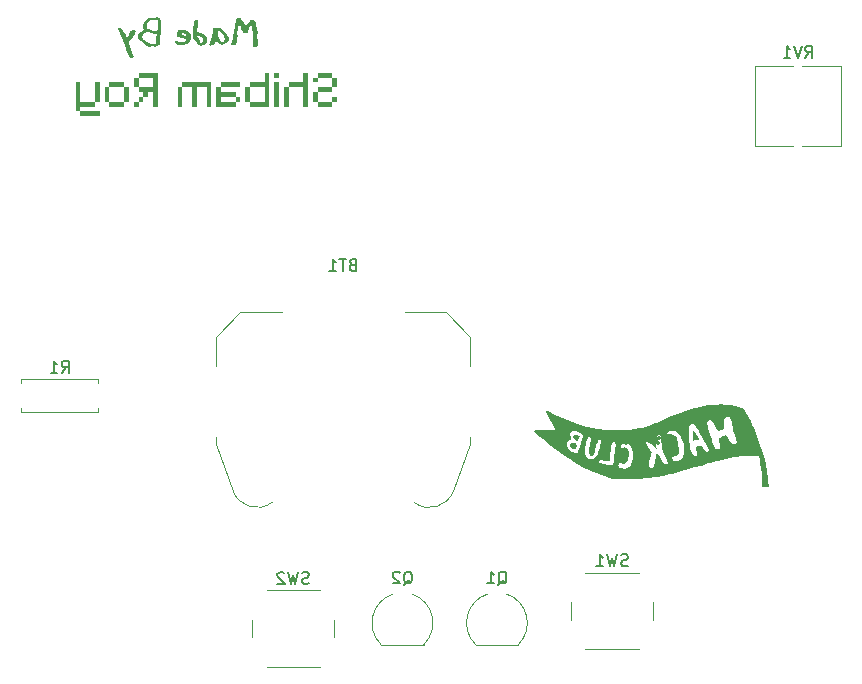
<source format=gbr>
%TF.GenerationSoftware,KiCad,Pcbnew,9.0.2*%
%TF.CreationDate,2025-05-13T19:13:25+05:30*%
%TF.ProjectId,transisted,7472616e-7369-4737-9465-642e6b696361,rev?*%
%TF.SameCoordinates,Original*%
%TF.FileFunction,Legend,Bot*%
%TF.FilePolarity,Positive*%
%FSLAX46Y46*%
G04 Gerber Fmt 4.6, Leading zero omitted, Abs format (unit mm)*
G04 Created by KiCad (PCBNEW 9.0.2) date 2025-05-13 19:13:25*
%MOMM*%
%LPD*%
G01*
G04 APERTURE LIST*
%ADD10C,0.150000*%
%ADD11C,0.300000*%
%ADD12C,0.000000*%
%ADD13C,0.120000*%
G04 APERTURE END LIST*
D10*
G36*
X75847662Y-59108365D02*
G01*
X77078646Y-59108365D01*
X77078646Y-58701151D01*
X75847662Y-58701151D01*
X75847662Y-59108365D01*
G37*
G36*
X75847662Y-61550000D02*
G01*
X77078646Y-61550000D01*
X77078646Y-61142786D01*
X75847662Y-61142786D01*
X75847662Y-61550000D01*
G37*
G36*
X75847662Y-60327625D02*
G01*
X77078646Y-60327625D01*
X77078646Y-59920411D01*
X75847662Y-59920411D01*
X75847662Y-60327625D01*
G37*
G36*
X75449057Y-59506969D02*
G01*
X75847662Y-59506969D01*
X75847662Y-59099755D01*
X75449057Y-59099755D01*
X75449057Y-59506969D01*
G37*
G36*
X77081577Y-59908688D02*
G01*
X77488974Y-59908688D01*
X77488974Y-59099755D01*
X77081577Y-59099755D01*
X77081577Y-59908688D01*
G37*
G36*
X75449057Y-61139672D02*
G01*
X75847662Y-61139672D01*
X75847662Y-60330739D01*
X75449057Y-60330739D01*
X75449057Y-61139672D01*
G37*
G36*
X77081577Y-61139672D02*
G01*
X77488974Y-61139672D01*
X77488974Y-60732458D01*
X77081577Y-60732458D01*
X77081577Y-61139672D01*
G37*
G36*
X74622540Y-61550000D02*
G01*
X75029937Y-61550000D01*
X75029937Y-58701151D01*
X74622540Y-58701151D01*
X74622540Y-59510083D01*
X73397234Y-59510083D01*
X73397234Y-59917297D01*
X74622540Y-59917297D01*
X74622540Y-61550000D01*
G37*
G36*
X72990020Y-61550000D02*
G01*
X73397234Y-61550000D01*
X73397234Y-59920411D01*
X72990020Y-59920411D01*
X72990020Y-61550000D01*
G37*
G36*
X72163503Y-61550000D02*
G01*
X72570900Y-61550000D01*
X72570900Y-59510083D01*
X72163503Y-59510083D01*
X72163503Y-61550000D01*
G37*
G36*
X72163503Y-59108365D02*
G01*
X72570900Y-59108365D01*
X72570900Y-58701151D01*
X72163503Y-58701151D01*
X72163503Y-59108365D01*
G37*
G36*
X70111680Y-61550000D02*
G01*
X71744382Y-61550000D01*
X71744382Y-58701151D01*
X71336985Y-58701151D01*
X71336985Y-59510083D01*
X70111680Y-59510083D01*
X70111680Y-59917297D01*
X71336985Y-59917297D01*
X71336985Y-61142786D01*
X70111680Y-61142786D01*
X70111680Y-61550000D01*
G37*
G36*
X69704466Y-61142786D02*
G01*
X70111680Y-61142786D01*
X70111680Y-59920411D01*
X69704466Y-59920411D01*
X69704466Y-61142786D01*
G37*
G36*
X68877948Y-61139672D02*
G01*
X69285345Y-61139672D01*
X69285345Y-60732458D01*
X68877948Y-60732458D01*
X68877948Y-61139672D01*
G37*
G36*
X67655757Y-59917297D02*
G01*
X69285345Y-59917297D01*
X69285345Y-59510083D01*
X67655757Y-59510083D01*
X67655757Y-59917297D01*
G37*
G36*
X67245429Y-61550000D02*
G01*
X68877948Y-61550000D01*
X68877948Y-61142786D01*
X67652826Y-61142786D01*
X67652826Y-60729344D01*
X68877948Y-60729344D01*
X68877948Y-60322130D01*
X67652826Y-60322130D01*
X67652826Y-59917297D01*
X67245429Y-59917297D01*
X67245429Y-61550000D01*
G37*
G36*
X65196720Y-61550000D02*
G01*
X65604117Y-61550000D01*
X65604117Y-59917297D01*
X66418911Y-59917297D01*
X66418911Y-61550000D01*
X66826308Y-61550000D01*
X66826308Y-59510083D01*
X64376064Y-59510083D01*
X64376064Y-59917297D01*
X65196720Y-59917297D01*
X65196720Y-61550000D01*
G37*
G36*
X63968667Y-61550000D02*
G01*
X64376064Y-61550000D01*
X64376064Y-59920411D01*
X63968667Y-59920411D01*
X63968667Y-61550000D01*
G37*
G36*
X60665526Y-61139672D02*
G01*
X61072923Y-61139672D01*
X61072923Y-60732458D01*
X60665526Y-60732458D01*
X60665526Y-61139672D01*
G37*
G36*
X60255198Y-61550000D02*
G01*
X60662595Y-61550000D01*
X60662595Y-61142786D01*
X60255198Y-61142786D01*
X60255198Y-61550000D01*
G37*
G36*
X61887718Y-61550000D02*
G01*
X62295115Y-61550000D01*
X62295115Y-58701151D01*
X60665526Y-58701151D01*
X60665526Y-59108365D01*
X61887718Y-59108365D01*
X61887718Y-59920411D01*
X60665526Y-59920411D01*
X60665526Y-60327625D01*
X61075854Y-60327625D01*
X61075854Y-60732458D01*
X61483251Y-60732458D01*
X61483251Y-60327625D01*
X61887718Y-60327625D01*
X61887718Y-61550000D01*
G37*
G36*
X60255198Y-59908688D02*
G01*
X60662595Y-59908688D01*
X60662595Y-59099755D01*
X60255198Y-59099755D01*
X60255198Y-59908688D01*
G37*
G36*
X58194766Y-59917297D02*
G01*
X59425750Y-59917297D01*
X59425750Y-59510083D01*
X58194766Y-59510083D01*
X58194766Y-59917297D01*
G37*
G36*
X57796161Y-61142786D02*
G01*
X58194766Y-61142786D01*
X58194766Y-59920411D01*
X57796161Y-59920411D01*
X57796161Y-61142786D01*
G37*
G36*
X58194766Y-61550000D02*
G01*
X59425750Y-61550000D01*
X59425750Y-61142786D01*
X58194766Y-61142786D01*
X58194766Y-61550000D01*
G37*
G36*
X59428681Y-61142786D02*
G01*
X59836078Y-61142786D01*
X59836078Y-59920411D01*
X59428681Y-59920411D01*
X59428681Y-61142786D01*
G37*
G36*
X56969644Y-61139672D02*
G01*
X57377041Y-61139672D01*
X57377041Y-59510083D01*
X56969644Y-59510083D01*
X56969644Y-61139672D01*
G37*
G36*
X55337124Y-61960327D02*
G01*
X55744521Y-61960327D01*
X55744521Y-61550000D01*
X56969644Y-61550000D01*
X56969644Y-61142786D01*
X55744521Y-61142786D01*
X55744521Y-59510083D01*
X55337124Y-59510083D01*
X55337124Y-61960327D01*
G37*
G36*
X55747452Y-62358932D02*
G01*
X57377041Y-62358932D01*
X57377041Y-61951718D01*
X55747452Y-61951718D01*
X55747452Y-62358932D01*
G37*
G36*
X70768056Y-56265045D02*
G01*
X70768056Y-56206182D01*
X70759526Y-55976495D01*
X70738484Y-55829368D01*
X70710659Y-55741388D01*
X70732947Y-55505695D01*
X70739357Y-55335212D01*
X70739357Y-55306514D01*
X70692077Y-54899937D01*
X70635669Y-54615604D01*
X70574802Y-54425578D01*
X70512952Y-54305732D01*
X70451894Y-54236115D01*
X70390945Y-54201926D01*
X70247261Y-54214578D01*
X70138394Y-54248810D01*
X70056465Y-54301298D01*
X69996094Y-54372046D01*
X69955094Y-54464364D01*
X69798301Y-54686227D01*
X69736010Y-54795949D01*
X69722819Y-54841720D01*
X69699954Y-54822167D01*
X69649755Y-54709598D01*
X69549406Y-54376926D01*
X69415290Y-54245195D01*
X69320414Y-54119953D01*
X69258391Y-53999692D01*
X69126086Y-54009364D01*
X69030937Y-54034775D01*
X68964011Y-54072102D01*
X68918620Y-54120029D01*
X68891070Y-54179993D01*
X68881280Y-54255903D01*
X68562909Y-56175041D01*
X68528806Y-56186065D01*
X68510521Y-56204946D01*
X68504169Y-56233293D01*
X68504169Y-56263824D01*
X68511174Y-56287729D01*
X68536578Y-56316068D01*
X68591608Y-56351263D01*
X68620307Y-56351263D01*
X68725892Y-56338520D01*
X68808271Y-56303014D01*
X68873046Y-56245434D01*
X68922695Y-56161989D01*
X68956093Y-56045063D01*
X68968719Y-55884148D01*
X69056158Y-55477606D01*
X69027459Y-55422773D01*
X69200994Y-54463265D01*
X69229692Y-54463265D01*
X69374033Y-54979067D01*
X69464519Y-55225031D01*
X69518180Y-55316404D01*
X69549406Y-55335212D01*
X69694242Y-55335212D01*
X69756214Y-55324687D01*
X69820004Y-55291100D01*
X69888177Y-55228266D01*
X69962251Y-55126498D01*
X70042849Y-54973364D01*
X70129972Y-54754159D01*
X70246109Y-54638021D01*
X70263175Y-54813174D01*
X70362247Y-55508991D01*
X70339266Y-55825060D01*
X70332205Y-56090045D01*
X70332205Y-56293743D01*
X70341535Y-56367929D01*
X70368292Y-56429698D01*
X70412842Y-56482007D01*
X70478384Y-56526140D01*
X70595676Y-56487907D01*
X70675893Y-56442227D01*
X70727964Y-56390596D01*
X70757908Y-56332420D01*
X70768056Y-56265045D01*
G37*
G36*
X67526911Y-54881701D02*
G01*
X67602395Y-54908409D01*
X67702564Y-54961521D01*
X67912953Y-55135938D01*
X68069817Y-55298117D01*
X68181805Y-55449567D01*
X68256131Y-55592157D01*
X68298322Y-55728137D01*
X68311950Y-55860090D01*
X68297959Y-55953899D01*
X68256267Y-56037167D01*
X68183256Y-56113329D01*
X68070502Y-56183333D01*
X67905774Y-56245625D01*
X67673866Y-56296552D01*
X67612945Y-56286515D01*
X67535917Y-56251759D01*
X67437225Y-56182650D01*
X67310954Y-56066646D01*
X67150697Y-55888789D01*
X67141351Y-55952609D01*
X67093300Y-56151472D01*
X67050437Y-56236121D01*
X66995759Y-56299270D01*
X66928558Y-56344362D01*
X66846288Y-56372573D01*
X66744888Y-56382648D01*
X66689771Y-56347860D01*
X66664416Y-56319926D01*
X66657449Y-56296430D01*
X66785200Y-55928092D01*
X66875910Y-55613194D01*
X66934966Y-55345508D01*
X66944505Y-55278670D01*
X67354152Y-55278670D01*
X67367507Y-55447745D01*
X67407514Y-55611919D01*
X67475061Y-55773127D01*
X67572302Y-55932987D01*
X67702564Y-56092732D01*
X67779984Y-56082504D01*
X67842327Y-56053451D01*
X67893273Y-56005140D01*
X67934118Y-55933486D01*
X67963538Y-55831392D01*
X67929763Y-55652023D01*
X67900261Y-55584724D01*
X67876099Y-55570052D01*
X67814681Y-55434560D01*
X67735721Y-55315885D01*
X67638612Y-55212166D01*
X67521797Y-55122306D01*
X67382850Y-55046029D01*
X67354152Y-55046029D01*
X67354152Y-55278670D01*
X66944505Y-55278670D01*
X66967265Y-55119192D01*
X66977163Y-54928792D01*
X66998477Y-54936180D01*
X67005739Y-54958834D01*
X67134222Y-54913577D01*
X67287557Y-54884494D01*
X67470289Y-54874082D01*
X67526911Y-54881701D01*
G37*
G36*
X65628407Y-54213515D02*
G01*
X65659829Y-54254761D01*
X65689243Y-54346715D01*
X65711252Y-54521273D01*
X65681210Y-54665987D01*
X65701000Y-54681084D01*
X65711252Y-54753304D01*
X65681210Y-54810579D01*
X65711252Y-54810579D01*
X65652512Y-55013911D01*
X65652512Y-55245942D01*
X65913834Y-55327475D01*
X66109343Y-55412064D01*
X66251429Y-55497984D01*
X66350763Y-55584375D01*
X66415978Y-55671454D01*
X66453190Y-55760661D01*
X66465474Y-55854595D01*
X66453369Y-55992711D01*
X66419575Y-56105438D01*
X66366128Y-56197836D01*
X66292611Y-56273455D01*
X66196212Y-56333964D01*
X66072029Y-56378951D01*
X65913485Y-56405973D01*
X65800684Y-56348544D01*
X65692963Y-56269809D01*
X65589513Y-56167371D01*
X65490024Y-56037951D01*
X65394673Y-55877501D01*
X65304099Y-55681304D01*
X65305532Y-55565289D01*
X65652512Y-55565289D01*
X65747953Y-55831187D01*
X65828377Y-55995704D01*
X65895447Y-56088290D01*
X65951612Y-56132670D01*
X66000924Y-56145366D01*
X66033756Y-56128844D01*
X66060418Y-56092163D01*
X66080204Y-56025358D01*
X66088363Y-55913335D01*
X66088363Y-55767278D01*
X66037703Y-55693783D01*
X65954912Y-55621070D01*
X65830536Y-55548791D01*
X65652512Y-55477972D01*
X65652512Y-55565289D01*
X65305532Y-55565289D01*
X65310783Y-55140003D01*
X65334141Y-54376559D01*
X65343184Y-54314445D01*
X65368322Y-54268275D01*
X65410076Y-54233950D01*
X65473348Y-54210833D01*
X65566416Y-54201926D01*
X65595115Y-54201926D01*
X65628407Y-54213515D01*
G37*
G36*
X64436878Y-55052719D02*
G01*
X64493349Y-55065356D01*
X64503960Y-55077292D01*
X64646927Y-55087935D01*
X64766013Y-55117759D01*
X64865433Y-55164712D01*
X64948461Y-55228336D01*
X65017199Y-55309789D01*
X65072388Y-55411745D01*
X65113346Y-55538178D01*
X65113346Y-55856304D01*
X65055687Y-55976945D01*
X64981691Y-56077357D01*
X64890699Y-56160106D01*
X64780722Y-56226491D01*
X64648586Y-56276439D01*
X64490127Y-56308512D01*
X64300383Y-56320000D01*
X64010711Y-56320000D01*
X63900939Y-56267149D01*
X63831196Y-56206584D01*
X63791803Y-56138152D01*
X63778558Y-56058538D01*
X63778558Y-56029839D01*
X63923272Y-55999553D01*
X63951971Y-55999553D01*
X64019099Y-56009388D01*
X64113048Y-56044758D01*
X64242986Y-56116789D01*
X64271685Y-56116789D01*
X64391776Y-56103710D01*
X64492027Y-56066486D01*
X64576791Y-56005675D01*
X64648541Y-55918566D01*
X64707536Y-55799518D01*
X64329896Y-55736160D01*
X64107085Y-55677175D01*
X63989417Y-55624924D01*
X63937293Y-55580133D01*
X63923272Y-55540132D01*
X63951971Y-55483346D01*
X63930457Y-55476151D01*
X63923434Y-55455013D01*
X64359124Y-55455013D01*
X64707536Y-55540132D01*
X64696227Y-55476442D01*
X64662595Y-55422979D01*
X64602331Y-55376854D01*
X64505740Y-55338574D01*
X64359124Y-55311765D01*
X64359124Y-55455013D01*
X63923434Y-55455013D01*
X63923272Y-55454525D01*
X63923272Y-55279036D01*
X63936037Y-55198375D01*
X63972125Y-55137207D01*
X64033601Y-55090582D01*
X64128998Y-55058525D01*
X64271685Y-55046029D01*
X64436878Y-55052719D01*
G37*
G36*
X62314418Y-54004648D02*
G01*
X62368300Y-54027536D01*
X62414826Y-54039317D01*
X62460654Y-54078461D01*
X62507925Y-54157813D01*
X62555621Y-54297441D01*
X62600575Y-54522861D01*
X62600575Y-54697128D01*
X62593026Y-54835173D01*
X62572890Y-54939987D01*
X62543178Y-55018307D01*
X62571877Y-55077292D01*
X62496470Y-56005019D01*
X62484438Y-56208503D01*
X62472510Y-56264851D01*
X62434641Y-56317999D01*
X62362012Y-56370361D01*
X62239772Y-56421450D01*
X62048586Y-56468499D01*
X61875052Y-56411102D01*
X61789172Y-56435120D01*
X61555338Y-56468499D01*
X61236967Y-56295697D01*
X61002722Y-56123325D01*
X60834874Y-55973908D01*
X60720491Y-55844391D01*
X60648432Y-55731641D01*
X60609650Y-55632338D01*
X60609338Y-55630013D01*
X60946074Y-55630013D01*
X61033105Y-55826571D01*
X61087260Y-55903058D01*
X61120952Y-55919930D01*
X61254728Y-56024494D01*
X61398932Y-56110059D01*
X61554699Y-56177302D01*
X61723487Y-56226311D01*
X61907038Y-56256574D01*
X62107327Y-56266999D01*
X62164724Y-56266999D01*
X62164724Y-55948506D01*
X62176360Y-55751210D01*
X62223464Y-55370017D01*
X62078628Y-55398593D01*
X62048586Y-55398593D01*
X61529967Y-55249984D01*
X61410624Y-55225792D01*
X61353227Y-55225792D01*
X61255573Y-55239898D01*
X61168283Y-55281916D01*
X61087982Y-55355143D01*
X61013530Y-55467373D01*
X60946074Y-55630013D01*
X60609338Y-55630013D01*
X60597662Y-55542941D01*
X60658193Y-55395856D01*
X60735486Y-55281409D01*
X60829272Y-55194189D01*
X60941386Y-55131042D01*
X61075565Y-55091389D01*
X61237090Y-55077292D01*
X61237090Y-55047006D01*
X61193814Y-55033730D01*
X61137702Y-54983649D01*
X61062212Y-54872250D01*
X61062212Y-54755380D01*
X61353227Y-54755380D01*
X61364877Y-54827296D01*
X61400363Y-54893524D01*
X61464185Y-54956720D01*
X61565092Y-55017518D01*
X61715127Y-55074643D01*
X61928945Y-55125307D01*
X62223464Y-55165586D01*
X62243413Y-55154991D01*
X62265942Y-55109629D01*
X62290056Y-54993628D01*
X62310903Y-54755380D01*
X62287356Y-54472917D01*
X62280861Y-54287655D01*
X62268935Y-54242981D01*
X62231383Y-54207954D01*
X62155734Y-54181730D01*
X62019888Y-54170662D01*
X61821580Y-54207243D01*
X61668527Y-54261360D01*
X61552127Y-54329933D01*
X61465577Y-54411790D01*
X61404333Y-54507811D01*
X61366536Y-54620847D01*
X61353227Y-54755380D01*
X61062212Y-54755380D01*
X61062212Y-54667330D01*
X61073177Y-54552039D01*
X61104513Y-54453379D01*
X61155421Y-54368038D01*
X61227191Y-54293799D01*
X61323063Y-54229769D01*
X61336494Y-54178288D01*
X61380617Y-54130376D01*
X61470151Y-54084162D01*
X61628796Y-54042440D01*
X61886932Y-54011229D01*
X62280861Y-53998715D01*
X62314418Y-54004648D01*
G37*
G36*
X60406297Y-55193796D02*
G01*
X60362171Y-55108829D01*
X60323985Y-55064987D01*
X60290160Y-55047616D01*
X60095545Y-55093924D01*
X59995341Y-55133524D01*
X59952688Y-55166094D01*
X59941748Y-55193796D01*
X59941748Y-55222494D01*
X59948922Y-55244018D01*
X59970446Y-55251193D01*
X59883112Y-55460834D01*
X59806510Y-55595238D01*
X59739685Y-55674727D01*
X59680774Y-55715621D01*
X59652076Y-55715621D01*
X59570095Y-55499035D01*
X59476316Y-55309041D01*
X59371395Y-55142998D01*
X59255597Y-54998633D01*
X59128785Y-54874082D01*
X58926674Y-54874082D01*
X58926674Y-54961521D01*
X59507240Y-56353705D01*
X59591369Y-56670202D01*
X59676063Y-56915054D01*
X59759975Y-57100257D01*
X59842166Y-57236582D01*
X59922240Y-57333470D01*
X60000488Y-57398820D01*
X60290160Y-57370122D01*
X60042017Y-56773196D01*
X59903881Y-56389843D01*
X59841234Y-56160442D01*
X59825610Y-56035334D01*
X59885838Y-56021405D01*
X59961428Y-55971758D01*
X60059280Y-55868305D01*
X60186093Y-55686377D01*
X60348900Y-55395907D01*
X60406297Y-55193796D01*
G37*
D11*
X105332015Y-89498629D02*
X105474873Y-89427200D01*
X105474873Y-89427200D02*
X105689158Y-89427200D01*
X105689158Y-89427200D02*
X105903444Y-89498629D01*
X105903444Y-89498629D02*
X106046301Y-89641486D01*
X106046301Y-89641486D02*
X106117730Y-89784343D01*
X106117730Y-89784343D02*
X106189158Y-90070057D01*
X106189158Y-90070057D02*
X106189158Y-90284343D01*
X106189158Y-90284343D02*
X106117730Y-90570057D01*
X106117730Y-90570057D02*
X106046301Y-90712914D01*
X106046301Y-90712914D02*
X105903444Y-90855772D01*
X105903444Y-90855772D02*
X105689158Y-90927200D01*
X105689158Y-90927200D02*
X105546301Y-90927200D01*
X105546301Y-90927200D02*
X105332015Y-90855772D01*
X105332015Y-90855772D02*
X105260587Y-90784343D01*
X105260587Y-90784343D02*
X105260587Y-90284343D01*
X105260587Y-90284343D02*
X105546301Y-90284343D01*
X104403444Y-89427200D02*
X104403444Y-89784343D01*
X104760587Y-89641486D02*
X104403444Y-89784343D01*
X104403444Y-89784343D02*
X104046301Y-89641486D01*
X104617730Y-90070057D02*
X104403444Y-89784343D01*
X104403444Y-89784343D02*
X104189158Y-90070057D01*
X103260587Y-89427200D02*
X103260587Y-89784343D01*
X103617730Y-89641486D02*
X103260587Y-89784343D01*
X103260587Y-89784343D02*
X102903444Y-89641486D01*
X103474873Y-90070057D02*
X103260587Y-89784343D01*
X103260587Y-89784343D02*
X103046301Y-90070057D01*
X102117730Y-89427200D02*
X102117730Y-89784343D01*
X102474873Y-89641486D02*
X102117730Y-89784343D01*
X102117730Y-89784343D02*
X101760587Y-89641486D01*
X102332016Y-90070057D02*
X102117730Y-89784343D01*
X102117730Y-89784343D02*
X101903444Y-90070057D01*
D10*
X75083332Y-101907200D02*
X74940475Y-101954819D01*
X74940475Y-101954819D02*
X74702380Y-101954819D01*
X74702380Y-101954819D02*
X74607142Y-101907200D01*
X74607142Y-101907200D02*
X74559523Y-101859580D01*
X74559523Y-101859580D02*
X74511904Y-101764342D01*
X74511904Y-101764342D02*
X74511904Y-101669104D01*
X74511904Y-101669104D02*
X74559523Y-101573866D01*
X74559523Y-101573866D02*
X74607142Y-101526247D01*
X74607142Y-101526247D02*
X74702380Y-101478628D01*
X74702380Y-101478628D02*
X74892856Y-101431009D01*
X74892856Y-101431009D02*
X74988094Y-101383390D01*
X74988094Y-101383390D02*
X75035713Y-101335771D01*
X75035713Y-101335771D02*
X75083332Y-101240533D01*
X75083332Y-101240533D02*
X75083332Y-101145295D01*
X75083332Y-101145295D02*
X75035713Y-101050057D01*
X75035713Y-101050057D02*
X74988094Y-101002438D01*
X74988094Y-101002438D02*
X74892856Y-100954819D01*
X74892856Y-100954819D02*
X74654761Y-100954819D01*
X74654761Y-100954819D02*
X74511904Y-101002438D01*
X74178570Y-100954819D02*
X73940475Y-101954819D01*
X73940475Y-101954819D02*
X73749999Y-101240533D01*
X73749999Y-101240533D02*
X73559523Y-101954819D01*
X73559523Y-101954819D02*
X73321428Y-100954819D01*
X72988094Y-101050057D02*
X72940475Y-101002438D01*
X72940475Y-101002438D02*
X72845237Y-100954819D01*
X72845237Y-100954819D02*
X72607142Y-100954819D01*
X72607142Y-100954819D02*
X72511904Y-101002438D01*
X72511904Y-101002438D02*
X72464285Y-101050057D01*
X72464285Y-101050057D02*
X72416666Y-101145295D01*
X72416666Y-101145295D02*
X72416666Y-101240533D01*
X72416666Y-101240533D02*
X72464285Y-101383390D01*
X72464285Y-101383390D02*
X73035713Y-101954819D01*
X73035713Y-101954819D02*
X72416666Y-101954819D01*
X102083332Y-100407200D02*
X101940475Y-100454819D01*
X101940475Y-100454819D02*
X101702380Y-100454819D01*
X101702380Y-100454819D02*
X101607142Y-100407200D01*
X101607142Y-100407200D02*
X101559523Y-100359580D01*
X101559523Y-100359580D02*
X101511904Y-100264342D01*
X101511904Y-100264342D02*
X101511904Y-100169104D01*
X101511904Y-100169104D02*
X101559523Y-100073866D01*
X101559523Y-100073866D02*
X101607142Y-100026247D01*
X101607142Y-100026247D02*
X101702380Y-99978628D01*
X101702380Y-99978628D02*
X101892856Y-99931009D01*
X101892856Y-99931009D02*
X101988094Y-99883390D01*
X101988094Y-99883390D02*
X102035713Y-99835771D01*
X102035713Y-99835771D02*
X102083332Y-99740533D01*
X102083332Y-99740533D02*
X102083332Y-99645295D01*
X102083332Y-99645295D02*
X102035713Y-99550057D01*
X102035713Y-99550057D02*
X101988094Y-99502438D01*
X101988094Y-99502438D02*
X101892856Y-99454819D01*
X101892856Y-99454819D02*
X101654761Y-99454819D01*
X101654761Y-99454819D02*
X101511904Y-99502438D01*
X101178570Y-99454819D02*
X100940475Y-100454819D01*
X100940475Y-100454819D02*
X100749999Y-99740533D01*
X100749999Y-99740533D02*
X100559523Y-100454819D01*
X100559523Y-100454819D02*
X100321428Y-99454819D01*
X99416666Y-100454819D02*
X99988094Y-100454819D01*
X99702380Y-100454819D02*
X99702380Y-99454819D01*
X99702380Y-99454819D02*
X99797618Y-99597676D01*
X99797618Y-99597676D02*
X99892856Y-99692914D01*
X99892856Y-99692914D02*
X99988094Y-99740533D01*
X117095238Y-57404819D02*
X117428571Y-56928628D01*
X117666666Y-57404819D02*
X117666666Y-56404819D01*
X117666666Y-56404819D02*
X117285714Y-56404819D01*
X117285714Y-56404819D02*
X117190476Y-56452438D01*
X117190476Y-56452438D02*
X117142857Y-56500057D01*
X117142857Y-56500057D02*
X117095238Y-56595295D01*
X117095238Y-56595295D02*
X117095238Y-56738152D01*
X117095238Y-56738152D02*
X117142857Y-56833390D01*
X117142857Y-56833390D02*
X117190476Y-56881009D01*
X117190476Y-56881009D02*
X117285714Y-56928628D01*
X117285714Y-56928628D02*
X117666666Y-56928628D01*
X116809523Y-56404819D02*
X116476190Y-57404819D01*
X116476190Y-57404819D02*
X116142857Y-56404819D01*
X115285714Y-57404819D02*
X115857142Y-57404819D01*
X115571428Y-57404819D02*
X115571428Y-56404819D01*
X115571428Y-56404819D02*
X115666666Y-56547676D01*
X115666666Y-56547676D02*
X115761904Y-56642914D01*
X115761904Y-56642914D02*
X115857142Y-56690533D01*
X54166666Y-84084819D02*
X54499999Y-83608628D01*
X54738094Y-84084819D02*
X54738094Y-83084819D01*
X54738094Y-83084819D02*
X54357142Y-83084819D01*
X54357142Y-83084819D02*
X54261904Y-83132438D01*
X54261904Y-83132438D02*
X54214285Y-83180057D01*
X54214285Y-83180057D02*
X54166666Y-83275295D01*
X54166666Y-83275295D02*
X54166666Y-83418152D01*
X54166666Y-83418152D02*
X54214285Y-83513390D01*
X54214285Y-83513390D02*
X54261904Y-83561009D01*
X54261904Y-83561009D02*
X54357142Y-83608628D01*
X54357142Y-83608628D02*
X54738094Y-83608628D01*
X53214285Y-84084819D02*
X53785713Y-84084819D01*
X53499999Y-84084819D02*
X53499999Y-83084819D01*
X53499999Y-83084819D02*
X53595237Y-83227676D01*
X53595237Y-83227676D02*
X53690475Y-83322914D01*
X53690475Y-83322914D02*
X53785713Y-83370533D01*
X83095238Y-102020057D02*
X83190476Y-101972438D01*
X83190476Y-101972438D02*
X83285714Y-101877200D01*
X83285714Y-101877200D02*
X83428571Y-101734342D01*
X83428571Y-101734342D02*
X83523809Y-101686723D01*
X83523809Y-101686723D02*
X83619047Y-101686723D01*
X83571428Y-101924819D02*
X83666666Y-101877200D01*
X83666666Y-101877200D02*
X83761904Y-101781961D01*
X83761904Y-101781961D02*
X83809523Y-101591485D01*
X83809523Y-101591485D02*
X83809523Y-101258152D01*
X83809523Y-101258152D02*
X83761904Y-101067676D01*
X83761904Y-101067676D02*
X83666666Y-100972438D01*
X83666666Y-100972438D02*
X83571428Y-100924819D01*
X83571428Y-100924819D02*
X83380952Y-100924819D01*
X83380952Y-100924819D02*
X83285714Y-100972438D01*
X83285714Y-100972438D02*
X83190476Y-101067676D01*
X83190476Y-101067676D02*
X83142857Y-101258152D01*
X83142857Y-101258152D02*
X83142857Y-101591485D01*
X83142857Y-101591485D02*
X83190476Y-101781961D01*
X83190476Y-101781961D02*
X83285714Y-101877200D01*
X83285714Y-101877200D02*
X83380952Y-101924819D01*
X83380952Y-101924819D02*
X83571428Y-101924819D01*
X82761904Y-101020057D02*
X82714285Y-100972438D01*
X82714285Y-100972438D02*
X82619047Y-100924819D01*
X82619047Y-100924819D02*
X82380952Y-100924819D01*
X82380952Y-100924819D02*
X82285714Y-100972438D01*
X82285714Y-100972438D02*
X82238095Y-101020057D01*
X82238095Y-101020057D02*
X82190476Y-101115295D01*
X82190476Y-101115295D02*
X82190476Y-101210533D01*
X82190476Y-101210533D02*
X82238095Y-101353390D01*
X82238095Y-101353390D02*
X82809523Y-101924819D01*
X82809523Y-101924819D02*
X82190476Y-101924819D01*
X91095238Y-102020057D02*
X91190476Y-101972438D01*
X91190476Y-101972438D02*
X91285714Y-101877200D01*
X91285714Y-101877200D02*
X91428571Y-101734342D01*
X91428571Y-101734342D02*
X91523809Y-101686723D01*
X91523809Y-101686723D02*
X91619047Y-101686723D01*
X91571428Y-101924819D02*
X91666666Y-101877200D01*
X91666666Y-101877200D02*
X91761904Y-101781961D01*
X91761904Y-101781961D02*
X91809523Y-101591485D01*
X91809523Y-101591485D02*
X91809523Y-101258152D01*
X91809523Y-101258152D02*
X91761904Y-101067676D01*
X91761904Y-101067676D02*
X91666666Y-100972438D01*
X91666666Y-100972438D02*
X91571428Y-100924819D01*
X91571428Y-100924819D02*
X91380952Y-100924819D01*
X91380952Y-100924819D02*
X91285714Y-100972438D01*
X91285714Y-100972438D02*
X91190476Y-101067676D01*
X91190476Y-101067676D02*
X91142857Y-101258152D01*
X91142857Y-101258152D02*
X91142857Y-101591485D01*
X91142857Y-101591485D02*
X91190476Y-101781961D01*
X91190476Y-101781961D02*
X91285714Y-101877200D01*
X91285714Y-101877200D02*
X91380952Y-101924819D01*
X91380952Y-101924819D02*
X91571428Y-101924819D01*
X90190476Y-101924819D02*
X90761904Y-101924819D01*
X90476190Y-101924819D02*
X90476190Y-100924819D01*
X90476190Y-100924819D02*
X90571428Y-101067676D01*
X90571428Y-101067676D02*
X90666666Y-101162914D01*
X90666666Y-101162914D02*
X90761904Y-101210533D01*
X78770714Y-74931009D02*
X78627857Y-74978628D01*
X78627857Y-74978628D02*
X78580238Y-75026247D01*
X78580238Y-75026247D02*
X78532619Y-75121485D01*
X78532619Y-75121485D02*
X78532619Y-75264342D01*
X78532619Y-75264342D02*
X78580238Y-75359580D01*
X78580238Y-75359580D02*
X78627857Y-75407200D01*
X78627857Y-75407200D02*
X78723095Y-75454819D01*
X78723095Y-75454819D02*
X79104047Y-75454819D01*
X79104047Y-75454819D02*
X79104047Y-74454819D01*
X79104047Y-74454819D02*
X78770714Y-74454819D01*
X78770714Y-74454819D02*
X78675476Y-74502438D01*
X78675476Y-74502438D02*
X78627857Y-74550057D01*
X78627857Y-74550057D02*
X78580238Y-74645295D01*
X78580238Y-74645295D02*
X78580238Y-74740533D01*
X78580238Y-74740533D02*
X78627857Y-74835771D01*
X78627857Y-74835771D02*
X78675476Y-74883390D01*
X78675476Y-74883390D02*
X78770714Y-74931009D01*
X78770714Y-74931009D02*
X79104047Y-74931009D01*
X78246904Y-74454819D02*
X77675476Y-74454819D01*
X77961190Y-75454819D02*
X77961190Y-74454819D01*
X76818333Y-75454819D02*
X77389761Y-75454819D01*
X77104047Y-75454819D02*
X77104047Y-74454819D01*
X77104047Y-74454819D02*
X77199285Y-74597676D01*
X77199285Y-74597676D02*
X77294523Y-74692914D01*
X77294523Y-74692914D02*
X77389761Y-74740533D01*
D12*
%TO.C,G\u002A\u002A\u002A*%
G36*
X113383380Y-90416041D02*
G01*
X113585373Y-91106308D01*
X113747359Y-91798804D01*
X113874555Y-92511296D01*
X113893944Y-92643752D01*
X113921258Y-92846239D01*
X113948137Y-93060646D01*
X113972559Y-93269527D01*
X113992506Y-93455434D01*
X114005955Y-93600921D01*
X114010887Y-93688540D01*
X114004383Y-93711683D01*
X113965606Y-93733329D01*
X113879352Y-93744134D01*
X113731415Y-93747075D01*
X113451943Y-93747075D01*
X113428432Y-93072150D01*
X113405835Y-92627481D01*
X113366423Y-92161731D01*
X113313506Y-91734450D01*
X113249025Y-91364123D01*
X113208260Y-91167548D01*
X112920125Y-91140547D01*
X112875372Y-91136757D01*
X112609505Y-91125565D01*
X112296835Y-91127027D01*
X111960708Y-91139959D01*
X111624467Y-91163175D01*
X111311456Y-91195491D01*
X111045019Y-91235721D01*
X110965960Y-91250949D01*
X110699145Y-91307354D01*
X110380545Y-91380434D01*
X110025694Y-91466299D01*
X109650126Y-91561054D01*
X109269373Y-91660809D01*
X109169217Y-91688082D01*
X108898970Y-91761672D01*
X108554450Y-91859749D01*
X108267510Y-91943510D01*
X107724506Y-92101292D01*
X107244373Y-92239506D01*
X106820425Y-92359817D01*
X106445980Y-92463892D01*
X106114353Y-92553395D01*
X105818860Y-92629993D01*
X105552817Y-92695352D01*
X105309540Y-92751136D01*
X105082346Y-92799012D01*
X104864549Y-92840646D01*
X104649467Y-92877703D01*
X104430414Y-92911849D01*
X104200708Y-92944750D01*
X104015798Y-92969168D01*
X103559861Y-93020245D01*
X103098311Y-93060103D01*
X102642639Y-93088400D01*
X102204334Y-93104794D01*
X101794888Y-93108942D01*
X101425790Y-93100502D01*
X101108531Y-93079131D01*
X100854600Y-93044487D01*
X100282706Y-92909501D01*
X99621539Y-92692231D01*
X98935026Y-92404734D01*
X98224056Y-92047462D01*
X97489517Y-91620864D01*
X97425724Y-91579122D01*
X99637834Y-91579122D01*
X99640196Y-91608385D01*
X99665709Y-91661597D01*
X99729173Y-91707374D01*
X99842829Y-91752995D01*
X100018916Y-91805741D01*
X100185798Y-91846366D01*
X100385573Y-91884875D01*
X100558818Y-91908693D01*
X100606169Y-91913047D01*
X100723773Y-91920808D01*
X100790566Y-91914459D01*
X100825666Y-91889574D01*
X100835054Y-91869631D01*
X101283353Y-91869631D01*
X101304737Y-91963133D01*
X101361410Y-92053818D01*
X101451844Y-92123872D01*
X101621904Y-92184977D01*
X101831437Y-92201050D01*
X102027944Y-92155351D01*
X102193449Y-92049678D01*
X102201446Y-92042027D01*
X102329209Y-91870679D01*
X102425066Y-91647124D01*
X102487334Y-91388050D01*
X102514331Y-91110150D01*
X102504372Y-90830112D01*
X102455774Y-90564628D01*
X102366854Y-90330388D01*
X102359447Y-90316410D01*
X102244842Y-90163911D01*
X102100461Y-90057614D01*
X101943054Y-90006532D01*
X101789371Y-90019676D01*
X101769971Y-90026582D01*
X101639270Y-90105477D01*
X101631358Y-90110253D01*
X101536298Y-90229824D01*
X101501007Y-90365827D01*
X101501545Y-90392298D01*
X101520469Y-90473595D01*
X101574182Y-90492442D01*
X101673195Y-90454234D01*
X101682447Y-90449560D01*
X101835883Y-90407944D01*
X101975246Y-90434713D01*
X102086619Y-90527404D01*
X102130766Y-90622635D01*
X102161983Y-90781010D01*
X102172409Y-90969807D01*
X102162189Y-91166208D01*
X102131472Y-91347398D01*
X102080405Y-91490561D01*
X102049217Y-91546367D01*
X101929136Y-91701228D01*
X101797485Y-91781738D01*
X101653115Y-91788699D01*
X101652971Y-91788671D01*
X101529420Y-91764664D01*
X101419210Y-91743476D01*
X101352567Y-91745444D01*
X101298787Y-91791129D01*
X101283353Y-91869631D01*
X100835054Y-91869631D01*
X100848189Y-91841729D01*
X100866369Y-91773378D01*
X100889085Y-91647953D01*
X100907885Y-91503662D01*
X100911033Y-91474578D01*
X100928287Y-91328255D01*
X100952588Y-91134454D01*
X100981159Y-90914990D01*
X101011225Y-90691675D01*
X101038791Y-90474726D01*
X101058065Y-90261227D01*
X101059504Y-90105477D01*
X101042403Y-89998298D01*
X101020690Y-89957806D01*
X103611850Y-89957806D01*
X103614087Y-90061513D01*
X103680419Y-90203509D01*
X103810295Y-90382802D01*
X104003164Y-90598403D01*
X104174524Y-90776827D01*
X104074517Y-91007424D01*
X104032550Y-91110150D01*
X104018386Y-91144819D01*
X103934807Y-91393465D01*
X103882146Y-91618283D01*
X103861940Y-91808630D01*
X103875724Y-91953861D01*
X103925034Y-92043332D01*
X104005469Y-92105166D01*
X104072329Y-92127903D01*
X104144992Y-92111834D01*
X104198370Y-92086375D01*
X104246985Y-92043157D01*
X104287209Y-91973279D01*
X104324109Y-91864627D01*
X104362751Y-91705088D01*
X104408204Y-91482547D01*
X104416102Y-91442192D01*
X104450771Y-91264303D01*
X104478912Y-91118708D01*
X104497811Y-91019515D01*
X104504752Y-90980832D01*
X104528971Y-90974555D01*
X104601153Y-90971326D01*
X104665315Y-90983752D01*
X104718977Y-91037868D01*
X104771885Y-91179733D01*
X104872382Y-91382097D01*
X104988364Y-91556550D01*
X105110668Y-91691809D01*
X105230131Y-91776590D01*
X105337591Y-91799612D01*
X105406668Y-91785031D01*
X105454346Y-91750558D01*
X105467287Y-91688082D01*
X105444683Y-91588133D01*
X105385724Y-91441238D01*
X105289601Y-91237927D01*
X105253843Y-91163830D01*
X105147465Y-90922068D01*
X105068049Y-90695038D01*
X105009644Y-90460061D01*
X104966296Y-90194458D01*
X104932055Y-89875551D01*
X104926005Y-89810508D01*
X104906474Y-89642235D01*
X104884206Y-89528829D01*
X104855223Y-89454110D01*
X104815542Y-89401895D01*
X104801902Y-89388255D01*
X105355959Y-89388255D01*
X105373046Y-89508533D01*
X105390550Y-89538909D01*
X105469759Y-89595609D01*
X105568444Y-89591894D01*
X105664630Y-89526416D01*
X105682736Y-89508786D01*
X105792270Y-89457793D01*
X105916325Y-89463200D01*
X106024559Y-89525117D01*
X106035963Y-89536853D01*
X106158291Y-89706577D01*
X106262637Y-89928473D01*
X106342182Y-90181275D01*
X106390104Y-90443714D01*
X106399585Y-90694526D01*
X106398294Y-90719346D01*
X106387333Y-90861623D01*
X106368561Y-90952898D01*
X106334946Y-91015183D01*
X106279453Y-91070492D01*
X106190765Y-91127470D01*
X106047405Y-91161446D01*
X106043886Y-91161468D01*
X105942833Y-91178577D01*
X105874172Y-91217988D01*
X105855181Y-91248821D01*
X105847260Y-91345631D01*
X105894029Y-91444797D01*
X105986496Y-91521982D01*
X106095568Y-91560709D01*
X106223595Y-91578221D01*
X106349301Y-91564473D01*
X106531216Y-91490664D01*
X106677695Y-91359303D01*
X106786878Y-91177396D01*
X106856901Y-90951951D01*
X106885901Y-90689976D01*
X106872018Y-90398479D01*
X106813388Y-90084468D01*
X106708149Y-89754951D01*
X106614804Y-89551859D01*
X106477541Y-89334841D01*
X106361534Y-89203212D01*
X107227917Y-89203212D01*
X107228172Y-89233727D01*
X107241230Y-89546146D01*
X107271552Y-89859511D01*
X107316534Y-90160994D01*
X107373571Y-90437765D01*
X107440059Y-90676995D01*
X107445100Y-90689976D01*
X107513394Y-90865853D01*
X107590970Y-90991510D01*
X107622205Y-91025459D01*
X107737379Y-91116321D01*
X107838797Y-91134812D01*
X107930456Y-91081997D01*
X107939260Y-91072966D01*
X107972280Y-91027756D01*
X107984627Y-90972487D01*
X107974806Y-90891867D01*
X107941322Y-90770605D01*
X107882680Y-90593411D01*
X107855404Y-90502826D01*
X107836712Y-90407797D01*
X107841078Y-90360657D01*
X107879175Y-90346510D01*
X107974761Y-90327977D01*
X108102025Y-90311976D01*
X108334031Y-90289241D01*
X108458257Y-90480954D01*
X108494593Y-90532999D01*
X108605708Y-90657108D01*
X108714664Y-90735699D01*
X108740860Y-90748083D01*
X108816977Y-90777600D01*
X108861099Y-90770009D01*
X108901970Y-90723428D01*
X108931674Y-90661239D01*
X108937942Y-90571657D01*
X108914603Y-90516483D01*
X108860006Y-90406402D01*
X108780455Y-90253712D01*
X108682166Y-90070341D01*
X108571354Y-89868214D01*
X108475851Y-89694976D01*
X108353477Y-89470655D01*
X108239710Y-89259694D01*
X108144063Y-89079759D01*
X108076050Y-88948516D01*
X108041096Y-88880923D01*
X107897411Y-88639281D01*
X107762416Y-88473078D01*
X107636141Y-88382338D01*
X107518617Y-88367085D01*
X107409876Y-88427344D01*
X107357862Y-88484780D01*
X107295386Y-88596666D01*
X107254899Y-88745192D01*
X107233407Y-88943120D01*
X107227917Y-89203212D01*
X106361534Y-89203212D01*
X106323805Y-89160403D01*
X106166182Y-89045030D01*
X106164458Y-89044143D01*
X106010359Y-88993627D01*
X105836022Y-88978951D01*
X105670800Y-88999636D01*
X105544048Y-89055201D01*
X105473097Y-89122096D01*
X105392496Y-89250995D01*
X105355959Y-89388255D01*
X104801902Y-89388255D01*
X104734218Y-89320571D01*
X104629064Y-89398641D01*
X104581843Y-89436284D01*
X104578047Y-89440363D01*
X104512619Y-89510673D01*
X104467380Y-89599912D01*
X104444392Y-89715929D01*
X104442790Y-89816136D01*
X104441919Y-89870652D01*
X104458226Y-90076010D01*
X104491579Y-90343931D01*
X104517476Y-90534051D01*
X104208266Y-90243527D01*
X104082559Y-90129145D01*
X103914830Y-89993803D01*
X103785963Y-89916331D01*
X103692141Y-89894639D01*
X103629545Y-89926636D01*
X103611850Y-89957806D01*
X101020690Y-89957806D01*
X101006054Y-89930512D01*
X100949751Y-89892940D01*
X100882189Y-89898605D01*
X100814529Y-89975444D01*
X100752790Y-90123006D01*
X100697649Y-90338603D01*
X100649783Y-90619547D01*
X100609869Y-90963151D01*
X100578584Y-91366727D01*
X100576256Y-91397048D01*
X100556548Y-91491995D01*
X100511307Y-91548617D01*
X100428732Y-91570952D01*
X100297020Y-91563034D01*
X100104369Y-91528900D01*
X99996019Y-91508316D01*
X99826456Y-91485740D01*
X99715951Y-91489401D01*
X99655934Y-91520220D01*
X99637834Y-91579122D01*
X97425724Y-91579122D01*
X96732298Y-91125390D01*
X95953287Y-90561490D01*
X95807050Y-90449455D01*
X95586293Y-90276382D01*
X95533574Y-90234159D01*
X96938133Y-90234159D01*
X96946556Y-90318387D01*
X97018026Y-90484024D01*
X97159733Y-90631017D01*
X97368493Y-90755507D01*
X97450528Y-90791597D01*
X97622223Y-90852244D01*
X97755829Y-90877459D01*
X97838488Y-90864267D01*
X97840470Y-90862471D01*
X97866027Y-90810469D01*
X97870985Y-90797236D01*
X98449500Y-90797236D01*
X98461184Y-90923627D01*
X98464096Y-90936374D01*
X98522629Y-91125403D01*
X98596389Y-91266633D01*
X98678122Y-91345940D01*
X98788602Y-91388773D01*
X98983084Y-91406261D01*
X99175948Y-91361972D01*
X99348519Y-91261385D01*
X99482125Y-91109982D01*
X99494322Y-91087356D01*
X99538158Y-90982810D01*
X99593465Y-90828952D01*
X99654694Y-90643528D01*
X99716293Y-90444280D01*
X99772713Y-90248951D01*
X99818401Y-90075284D01*
X99847808Y-89941024D01*
X99850284Y-89926359D01*
X99851786Y-89816136D01*
X99809360Y-89741398D01*
X99773211Y-89707944D01*
X99715053Y-89681652D01*
X99653032Y-89707612D01*
X99620017Y-89737159D01*
X99578267Y-89803068D01*
X99535529Y-89909450D01*
X99487418Y-90067722D01*
X99429547Y-90289298D01*
X99408194Y-90374289D01*
X99346321Y-90611889D01*
X99295428Y-90788354D01*
X99251617Y-90913832D01*
X99210991Y-90998472D01*
X99169656Y-91052420D01*
X99123714Y-91085824D01*
X99062653Y-91110065D01*
X98953336Y-91105190D01*
X98869653Y-91034089D01*
X98821591Y-90902811D01*
X98818393Y-90879102D01*
X98815319Y-90736316D01*
X98828228Y-90545506D01*
X98854701Y-90327530D01*
X98892320Y-90103243D01*
X98938664Y-89893505D01*
X98962606Y-89794282D01*
X98976291Y-89702330D01*
X98967341Y-89639303D01*
X98935499Y-89579808D01*
X98885018Y-89516960D01*
X98841834Y-89488392D01*
X98818709Y-89495629D01*
X98754173Y-89552165D01*
X98681712Y-89647014D01*
X98616550Y-89758729D01*
X98573909Y-89865863D01*
X98549545Y-89964101D01*
X98506872Y-90180650D01*
X98474521Y-90405312D01*
X98454671Y-90617653D01*
X98449500Y-90797236D01*
X97870985Y-90797236D01*
X97907990Y-90698477D01*
X97962415Y-90538063D01*
X98025357Y-90340796D01*
X98092871Y-90118243D01*
X98119764Y-90027295D01*
X98185413Y-89802787D01*
X98231672Y-89637097D01*
X98260480Y-89519773D01*
X98273774Y-89440363D01*
X98273495Y-89388413D01*
X98261579Y-89353473D01*
X98239966Y-89325088D01*
X98182798Y-89275530D01*
X98055375Y-89195464D01*
X97898650Y-89117027D01*
X97738741Y-89052881D01*
X97601765Y-89015689D01*
X97558444Y-89010698D01*
X97411160Y-89032772D01*
X97299493Y-89111279D01*
X97230959Y-89234336D01*
X97213072Y-89390062D01*
X97253348Y-89566574D01*
X97275193Y-89623316D01*
X97292613Y-89691751D01*
X97273383Y-89729710D01*
X97211966Y-89763553D01*
X97173269Y-89785359D01*
X97052381Y-89901842D01*
X96969131Y-90059815D01*
X96938133Y-90234159D01*
X95533574Y-90234159D01*
X95355880Y-90091844D01*
X95123512Y-89902357D01*
X94896892Y-89714435D01*
X94683719Y-89534593D01*
X94491696Y-89369344D01*
X94328522Y-89225203D01*
X94201900Y-89108685D01*
X94119530Y-89026304D01*
X94089114Y-88984575D01*
X94105327Y-88979121D01*
X94186227Y-88971692D01*
X94325787Y-88965343D01*
X94513621Y-88960403D01*
X94739345Y-88957198D01*
X94992574Y-88956057D01*
X95162125Y-88955626D01*
X95401615Y-88953440D01*
X95608284Y-88949657D01*
X95771325Y-88944561D01*
X95879931Y-88938438D01*
X95923297Y-88931571D01*
X95919847Y-88910752D01*
X95887821Y-88830288D01*
X95827954Y-88698735D01*
X95744749Y-88525614D01*
X95642713Y-88320443D01*
X95526348Y-88092742D01*
X95443547Y-87931587D01*
X95336348Y-87719102D01*
X95246334Y-87536078D01*
X95178056Y-87391976D01*
X95136068Y-87296259D01*
X95124922Y-87258389D01*
X95156776Y-87264935D01*
X95242680Y-87302121D01*
X95368016Y-87364468D01*
X95518703Y-87445293D01*
X95883894Y-87639251D01*
X96751140Y-88038800D01*
X97656343Y-88374040D01*
X98595663Y-88643643D01*
X99565264Y-88846279D01*
X99656808Y-88861606D01*
X99814761Y-88885358D01*
X99967092Y-88903391D01*
X100127410Y-88916481D01*
X100309326Y-88925402D01*
X100526450Y-88930930D01*
X100792394Y-88933842D01*
X101120768Y-88934911D01*
X101376149Y-88934853D01*
X101650831Y-88933285D01*
X101872980Y-88929331D01*
X102055881Y-88922237D01*
X102212821Y-88911247D01*
X102357086Y-88895605D01*
X102501963Y-88874556D01*
X102660738Y-88847344D01*
X102680907Y-88843711D01*
X102974018Y-88787315D01*
X103248231Y-88726392D01*
X103514404Y-88657238D01*
X103783392Y-88576154D01*
X104066053Y-88479439D01*
X104373244Y-88363392D01*
X104518006Y-88304621D01*
X108790512Y-88304621D01*
X108890448Y-88715893D01*
X108906962Y-88782001D01*
X108962345Y-88989939D01*
X109031239Y-89235009D01*
X109106451Y-89491962D01*
X109180793Y-89735548D01*
X109250557Y-89954747D01*
X109310106Y-90129633D01*
X109359671Y-90255756D01*
X109404817Y-90345711D01*
X109451108Y-90412096D01*
X109504110Y-90467509D01*
X109587997Y-90533104D01*
X109678526Y-90571657D01*
X109708643Y-90584483D01*
X109809537Y-90578598D01*
X109878577Y-90517407D01*
X109903662Y-90402868D01*
X109902175Y-90377354D01*
X109888649Y-90273241D01*
X109864098Y-90127630D01*
X109832290Y-89963691D01*
X109816073Y-89883596D01*
X109790147Y-89746641D01*
X109774284Y-89649760D01*
X109771434Y-89610091D01*
X109783212Y-89603683D01*
X109851276Y-89574023D01*
X109965515Y-89527147D01*
X110109699Y-89469787D01*
X110438086Y-89340868D01*
X110587246Y-89637534D01*
X110687882Y-89816607D01*
X110820227Y-89994158D01*
X110951747Y-90109491D01*
X111077510Y-90158535D01*
X111192588Y-90137222D01*
X111233806Y-90108729D01*
X111275393Y-90046376D01*
X111289233Y-89953358D01*
X111274893Y-89819815D01*
X111231941Y-89635886D01*
X111159946Y-89391714D01*
X111101869Y-89197070D01*
X111028803Y-88932727D01*
X110961280Y-88669451D01*
X110908697Y-88442733D01*
X110868723Y-88261387D01*
X110830035Y-88096590D01*
X110797831Y-87970147D01*
X110776514Y-87900129D01*
X110761972Y-87870819D01*
X110676666Y-87789971D01*
X110563847Y-87761947D01*
X110451307Y-87795674D01*
X110423237Y-87815389D01*
X110331306Y-87910636D01*
X110270779Y-88040486D01*
X110237193Y-88218033D01*
X110226084Y-88456369D01*
X110224315Y-88812220D01*
X110000812Y-88903150D01*
X109892144Y-88945054D01*
X109786966Y-88980469D01*
X109727242Y-88994081D01*
X109694899Y-88965388D01*
X109637858Y-88880352D01*
X109565606Y-88752534D01*
X109486416Y-88595621D01*
X109389303Y-88403799D01*
X109291661Y-88243904D01*
X109203117Y-88142961D01*
X109116905Y-88093508D01*
X109026257Y-88088079D01*
X109025070Y-88088264D01*
X108943938Y-88127374D01*
X108866416Y-88202569D01*
X108790512Y-88304621D01*
X104518006Y-88304621D01*
X104715820Y-88224312D01*
X105104639Y-88058498D01*
X105550558Y-87862249D01*
X105970094Y-87682471D01*
X106722349Y-87394363D01*
X107459595Y-87155665D01*
X108171031Y-86969727D01*
X108845857Y-86839900D01*
X109003635Y-86818840D01*
X109316474Y-86791174D01*
X109654639Y-86775864D01*
X109998061Y-86772925D01*
X110326668Y-86782371D01*
X110620391Y-86804217D01*
X110859159Y-86838476D01*
X111239105Y-86929738D01*
X111662908Y-87074034D01*
X111709419Y-87082012D01*
X111729450Y-87039915D01*
X111745466Y-86988109D01*
X111793649Y-86983973D01*
X111861215Y-87031552D01*
X111935122Y-87125426D01*
X111946073Y-87143114D01*
X112022339Y-87277053D01*
X112121657Y-87464349D01*
X112237355Y-87691391D01*
X112362757Y-87944564D01*
X112491189Y-88210258D01*
X112615977Y-88474859D01*
X112730448Y-88724755D01*
X112827926Y-88946335D01*
X112838513Y-88971135D01*
X113136165Y-89710238D01*
X113221320Y-89953358D01*
X113383380Y-90416041D01*
G37*
G36*
X107631942Y-88997902D02*
G01*
X107674095Y-89045212D01*
X107743322Y-89134881D01*
X107829254Y-89252151D01*
X107921526Y-89382267D01*
X108009771Y-89510470D01*
X108083622Y-89622005D01*
X108132712Y-89702114D01*
X108146674Y-89736041D01*
X108116641Y-89744257D01*
X108029860Y-89761482D01*
X107908043Y-89782841D01*
X107802861Y-89800377D01*
X107701561Y-89817299D01*
X107651382Y-89825727D01*
X107649703Y-89825965D01*
X107621194Y-89802090D01*
X107620948Y-89798824D01*
X107614823Y-89739672D01*
X107602490Y-89629218D01*
X107586279Y-89488392D01*
X107584773Y-89475236D01*
X107569917Y-89281014D01*
X107572317Y-89128844D01*
X107591113Y-89029581D01*
X107625445Y-88994081D01*
X107631942Y-88997902D01*
G37*
G36*
X97498664Y-90012587D02*
G01*
X97653365Y-90055760D01*
X97675304Y-90065314D01*
X97740900Y-90108340D01*
X97769725Y-90170480D01*
X97765545Y-90269247D01*
X97732122Y-90422153D01*
X97701758Y-90518376D01*
X97653791Y-90578587D01*
X97578509Y-90580120D01*
X97459074Y-90529603D01*
X97294584Y-90426477D01*
X97194864Y-90313441D01*
X97169308Y-90196499D01*
X97218857Y-90077426D01*
X97250468Y-90047299D01*
X97357246Y-90010121D01*
X97498664Y-90012587D01*
G37*
G36*
X97773459Y-89356107D02*
G01*
X97884614Y-89387009D01*
X97968934Y-89426145D01*
X98001969Y-89465960D01*
X97998546Y-89485014D01*
X97971939Y-89563755D01*
X97927780Y-89669006D01*
X97902809Y-89718018D01*
X97845552Y-89798731D01*
X97796854Y-89830608D01*
X97773112Y-89825008D01*
X97695462Y-89782136D01*
X97602890Y-89710854D01*
X97528095Y-89637792D01*
X97483180Y-89560681D01*
X97477989Y-89473204D01*
X97485524Y-89422485D01*
X97520329Y-89364560D01*
X97602394Y-89342471D01*
X97659920Y-89340997D01*
X97773459Y-89356107D01*
G37*
D13*
%TO.C,SW2*%
X77250000Y-105000000D02*
X77250000Y-106500000D01*
X76000000Y-109000000D02*
X71500000Y-109000000D01*
X71500000Y-102500000D02*
X76000000Y-102500000D01*
X70250000Y-106500000D02*
X70250000Y-105000000D01*
%TO.C,SW1*%
X104250000Y-103500000D02*
X104250000Y-105000000D01*
X103000000Y-107500000D02*
X98500000Y-107500000D01*
X98500000Y-101000000D02*
X103000000Y-101000000D01*
X97250000Y-105000000D02*
X97250000Y-103500000D01*
%TO.C,RV1*%
X120110000Y-58090000D02*
X120110000Y-64910000D01*
X120110000Y-58090000D02*
X116822000Y-58090000D01*
X120110000Y-64910000D02*
X116822000Y-64910000D01*
X116058000Y-58090000D02*
X112890000Y-58090000D01*
X116058000Y-64910000D02*
X112890000Y-64910000D01*
X112890000Y-58090000D02*
X112890000Y-64910000D01*
%TO.C,R1*%
X57270000Y-84630000D02*
X50730000Y-84630000D01*
X57270000Y-84960000D02*
X57270000Y-84630000D01*
X57270000Y-87040000D02*
X57270000Y-87370000D01*
X57270000Y-87370000D02*
X50730000Y-87370000D01*
X50730000Y-84630000D02*
X50730000Y-84960000D01*
X50730000Y-87370000D02*
X50730000Y-87040000D01*
%TO.C,Q2*%
X84800000Y-107120000D02*
X81200000Y-107120000D01*
X83820000Y-102820000D02*
G75*
G02*
X84811453Y-107112156I-820000J-2450000D01*
G01*
X81191555Y-107097684D02*
G75*
G02*
X82220000Y-102820000I1808445J1827684D01*
G01*
%TO.C,Q1*%
X92800000Y-107120000D02*
X89200000Y-107120000D01*
X91820000Y-102820000D02*
G75*
G02*
X92811453Y-107112156I-820000J-2450000D01*
G01*
X89191555Y-107097684D02*
G75*
G02*
X90220000Y-102820000I1808445J1827684D01*
G01*
%TO.C,BT1*%
X88765000Y-81040000D02*
X88765000Y-83500000D01*
X88765000Y-89500000D02*
X88765000Y-90130000D01*
X88765000Y-90130000D02*
X87325000Y-94080000D01*
X86685000Y-78960000D02*
X88765000Y-81040000D01*
X83185000Y-78960000D02*
X86685000Y-78960000D01*
X69285000Y-78960000D02*
X72785000Y-78960000D01*
X69285000Y-78960000D02*
X67205000Y-81040000D01*
X67205000Y-81040000D02*
X67205000Y-83500000D01*
X67205000Y-89500000D02*
X67205000Y-90130000D01*
X67205000Y-90130000D02*
X68645000Y-94080000D01*
X87325000Y-94080000D02*
G75*
G02*
X83988354Y-95066530I-2030000J730001D01*
G01*
X71985000Y-95050000D02*
G75*
G02*
X68659757Y-94088169I-1310000J1700000D01*
G01*
%TD*%
M02*

</source>
